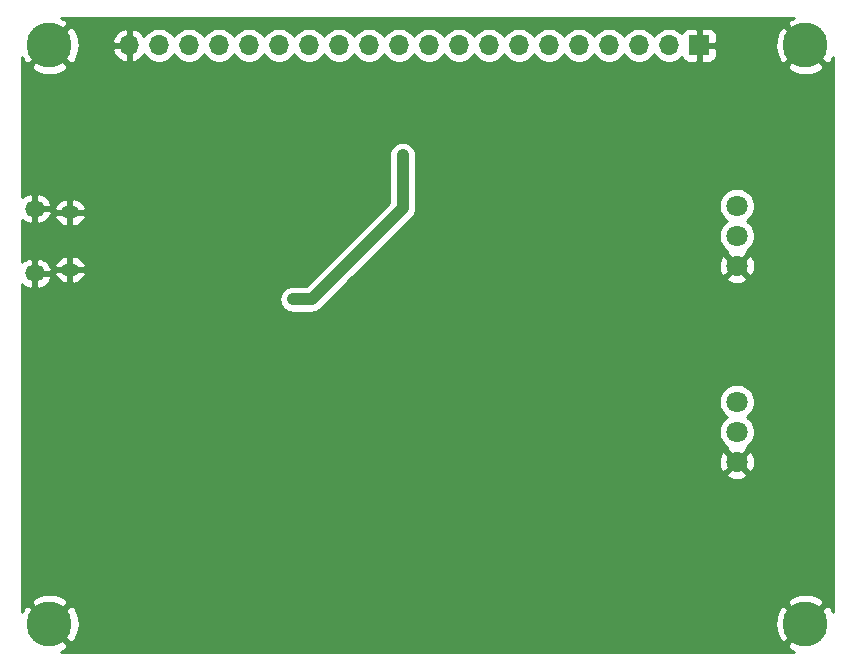
<source format=gbr>
%TF.GenerationSoftware,KiCad,Pcbnew,5.1.6-c6e7f7d~86~ubuntu18.04.1*%
%TF.CreationDate,2020-06-23T21:22:21-04:00*%
%TF.ProjectId,Toastboard,546f6173-7462-46f6-9172-642e6b696361,rev?*%
%TF.SameCoordinates,Original*%
%TF.FileFunction,Copper,L2,Bot*%
%TF.FilePolarity,Positive*%
%FSLAX46Y46*%
G04 Gerber Fmt 4.6, Leading zero omitted, Abs format (unit mm)*
G04 Created by KiCad (PCBNEW 5.1.6-c6e7f7d~86~ubuntu18.04.1) date 2020-06-23 21:22:21*
%MOMM*%
%LPD*%
G01*
G04 APERTURE LIST*
%TA.AperFunction,ComponentPad*%
%ADD10R,1.700000X1.700000*%
%TD*%
%TA.AperFunction,ComponentPad*%
%ADD11O,1.700000X1.700000*%
%TD*%
%TA.AperFunction,ComponentPad*%
%ADD12O,1.700000X1.350000*%
%TD*%
%TA.AperFunction,ComponentPad*%
%ADD13O,1.500000X1.100000*%
%TD*%
%TA.AperFunction,ComponentPad*%
%ADD14C,3.800000*%
%TD*%
%TA.AperFunction,ComponentPad*%
%ADD15C,1.800000*%
%TD*%
%TA.AperFunction,ViaPad*%
%ADD16C,0.800000*%
%TD*%
%TA.AperFunction,Conductor*%
%ADD17C,1.000000*%
%TD*%
%TA.AperFunction,Conductor*%
%ADD18C,0.254000*%
%TD*%
G04 APERTURE END LIST*
D10*
%TO.P,J1,1*%
%TO.N,GND*%
X118000000Y-49000000D03*
D11*
%TO.P,J1,2*%
%TO.N,/POT_1*%
X115460000Y-49000000D03*
%TO.P,J1,3*%
%TO.N,/POT_2*%
X112920000Y-49000000D03*
%TO.P,J1,4*%
%TO.N,/LED_0*%
X110380000Y-49000000D03*
%TO.P,J1,5*%
%TO.N,/LED_1*%
X107840000Y-49000000D03*
%TO.P,J1,6*%
%TO.N,/LED_2*%
X105300000Y-49000000D03*
%TO.P,J1,7*%
%TO.N,/LED_3*%
X102760000Y-49000000D03*
%TO.P,J1,8*%
%TO.N,/BTN_0*%
X100220000Y-49000000D03*
%TO.P,J1,9*%
%TO.N,/BTN_1*%
X97680000Y-49000000D03*
%TO.P,J1,10*%
%TO.N,/BTN_2*%
X95140000Y-49000000D03*
%TO.P,J1,11*%
%TO.N,/BTN_3*%
X92600000Y-49000000D03*
%TO.P,J1,12*%
%TO.N,/SW_0*%
X90060000Y-49000000D03*
%TO.P,J1,13*%
%TO.N,/SW_1*%
X87520000Y-49000000D03*
%TO.P,J1,14*%
%TO.N,/SW_2*%
X84980000Y-49000000D03*
%TO.P,J1,15*%
%TO.N,/SW_3*%
X82440000Y-49000000D03*
%TO.P,J1,16*%
%TO.N,/SCL*%
X79900000Y-49000000D03*
%TO.P,J1,17*%
%TO.N,/SDA*%
X77360000Y-49000000D03*
%TO.P,J1,18*%
%TO.N,+3V3*%
X74820000Y-49000000D03*
%TO.P,J1,19*%
%TO.N,+5V*%
X72280000Y-49000000D03*
%TO.P,J1,20*%
%TO.N,GND*%
X69740000Y-49000000D03*
%TD*%
D12*
%TO.P,J2,6*%
%TO.N,GND*%
X61735000Y-68305000D03*
X61735000Y-62845000D03*
D13*
X64735000Y-67995000D03*
X64735000Y-63155000D03*
%TD*%
D14*
%TO.P,H1,1*%
%TO.N,GND*%
X63000000Y-49000000D03*
%TD*%
%TO.P,H2,1*%
%TO.N,GND*%
X127000000Y-98000000D03*
%TD*%
%TO.P,H3,1*%
%TO.N,GND*%
X127000000Y-49000000D03*
%TD*%
%TO.P,H4,1*%
%TO.N,GND*%
X63000000Y-98000000D03*
%TD*%
D15*
%TO.P,RV1,1*%
%TO.N,+3V3*%
X121200000Y-62600000D03*
%TO.P,RV1,2*%
%TO.N,/POT_1*%
X121200000Y-65140000D03*
%TO.P,RV1,3*%
%TO.N,GND*%
X121200000Y-67680000D03*
%TD*%
%TO.P,RV2,3*%
%TO.N,GND*%
X121200000Y-84280000D03*
%TO.P,RV2,2*%
%TO.N,/POT_2*%
X121200000Y-81740000D03*
%TO.P,RV2,1*%
%TO.N,+3V3*%
X121200000Y-79200000D03*
%TD*%
D16*
%TO.N,GND*%
X77400000Y-60000000D03*
X76400000Y-77900000D03*
X73800000Y-78000000D03*
X71300000Y-78000000D03*
X68800000Y-78000000D03*
X76800000Y-73400000D03*
X77700000Y-70100000D03*
X77600000Y-68500000D03*
X67800000Y-71500000D03*
X67800000Y-72400000D03*
X86300000Y-57200000D03*
X95100000Y-73600000D03*
X97200000Y-73500000D03*
X99700000Y-73500000D03*
X102000000Y-73500000D03*
X101200000Y-86700000D03*
X102800000Y-86700000D03*
X101100000Y-98100000D03*
X102900000Y-98100000D03*
X92400000Y-98000000D03*
X90400000Y-98000000D03*
X88700000Y-86100000D03*
X93400000Y-86200000D03*
X82300000Y-62400000D03*
X86300000Y-59500000D03*
X86200000Y-58400000D03*
%TO.N,+3V3*%
X92900000Y-58300000D03*
X85200001Y-70500000D03*
X83600000Y-70500000D03*
X92900000Y-59500000D03*
%TD*%
D17*
%TO.N,+3V3*%
X92900000Y-62800001D02*
X85200001Y-70500000D01*
X92900000Y-58300000D02*
X92900000Y-59500000D01*
X85200001Y-70500000D02*
X83600000Y-70500000D01*
X92900000Y-59500000D02*
X92900000Y-62800001D01*
%TD*%
D18*
%TO.N,GND*%
G36*
X125607362Y-46867133D02*
G01*
X125403256Y-47223651D01*
X127000000Y-48820395D01*
X127014143Y-48806253D01*
X127193748Y-48985858D01*
X127179605Y-49000000D01*
X128776349Y-50596744D01*
X129132867Y-50392638D01*
X129340000Y-49995031D01*
X129340001Y-96994881D01*
X129132867Y-96607362D01*
X128776349Y-96403256D01*
X127179605Y-98000000D01*
X127193748Y-98014143D01*
X127014143Y-98193748D01*
X127000000Y-98179605D01*
X125403256Y-99776349D01*
X125607362Y-100132867D01*
X126004969Y-100340000D01*
X64005121Y-100340000D01*
X64392638Y-100132867D01*
X64596744Y-99776349D01*
X63000000Y-98179605D01*
X62985858Y-98193748D01*
X62806253Y-98014143D01*
X62820395Y-98000000D01*
X63179605Y-98000000D01*
X64776349Y-99596744D01*
X65132867Y-99392638D01*
X65363575Y-98949777D01*
X65503452Y-98470417D01*
X65542378Y-98027021D01*
X124452877Y-98027021D01*
X124507091Y-98523422D01*
X124657106Y-98999707D01*
X124867133Y-99392638D01*
X125223651Y-99596744D01*
X126820395Y-98000000D01*
X125223651Y-96403256D01*
X124867133Y-96607362D01*
X124636425Y-97050223D01*
X124496548Y-97529583D01*
X124452877Y-98027021D01*
X65542378Y-98027021D01*
X65547123Y-97972979D01*
X65492909Y-97476578D01*
X65342894Y-97000293D01*
X65132867Y-96607362D01*
X64776349Y-96403256D01*
X63179605Y-98000000D01*
X62820395Y-98000000D01*
X61223651Y-96403256D01*
X60867133Y-96607362D01*
X60660000Y-97004969D01*
X60660000Y-96223651D01*
X61403256Y-96223651D01*
X63000000Y-97820395D01*
X64596744Y-96223651D01*
X125403256Y-96223651D01*
X127000000Y-97820395D01*
X128596744Y-96223651D01*
X128392638Y-95867133D01*
X127949777Y-95636425D01*
X127470417Y-95496548D01*
X126972979Y-95452877D01*
X126476578Y-95507091D01*
X126000293Y-95657106D01*
X125607362Y-95867133D01*
X125403256Y-96223651D01*
X64596744Y-96223651D01*
X64392638Y-95867133D01*
X63949777Y-95636425D01*
X63470417Y-95496548D01*
X62972979Y-95452877D01*
X62476578Y-95507091D01*
X62000293Y-95657106D01*
X61607362Y-95867133D01*
X61403256Y-96223651D01*
X60660000Y-96223651D01*
X60660000Y-85344080D01*
X120315525Y-85344080D01*
X120399208Y-85598261D01*
X120671775Y-85729158D01*
X120964642Y-85804365D01*
X121266553Y-85820991D01*
X121565907Y-85778397D01*
X121851199Y-85678222D01*
X122000792Y-85598261D01*
X122084475Y-85344080D01*
X121200000Y-84459605D01*
X120315525Y-85344080D01*
X60660000Y-85344080D01*
X60660000Y-84346553D01*
X119659009Y-84346553D01*
X119701603Y-84645907D01*
X119801778Y-84931199D01*
X119881739Y-85080792D01*
X120135920Y-85164475D01*
X121020395Y-84280000D01*
X121379605Y-84280000D01*
X122264080Y-85164475D01*
X122518261Y-85080792D01*
X122649158Y-84808225D01*
X122724365Y-84515358D01*
X122740991Y-84213447D01*
X122698397Y-83914093D01*
X122598222Y-83628801D01*
X122518261Y-83479208D01*
X122264080Y-83395525D01*
X121379605Y-84280000D01*
X121020395Y-84280000D01*
X120135920Y-83395525D01*
X119881739Y-83479208D01*
X119750842Y-83751775D01*
X119675635Y-84044642D01*
X119659009Y-84346553D01*
X60660000Y-84346553D01*
X60660000Y-79048816D01*
X119665000Y-79048816D01*
X119665000Y-79351184D01*
X119723989Y-79647743D01*
X119839701Y-79927095D01*
X120007688Y-80178505D01*
X120221495Y-80392312D01*
X120337763Y-80470000D01*
X120221495Y-80547688D01*
X120007688Y-80761495D01*
X119839701Y-81012905D01*
X119723989Y-81292257D01*
X119665000Y-81588816D01*
X119665000Y-81891184D01*
X119723989Y-82187743D01*
X119839701Y-82467095D01*
X120007688Y-82718505D01*
X120221495Y-82932312D01*
X120375105Y-83034951D01*
X120315525Y-83215920D01*
X121200000Y-84100395D01*
X122084475Y-83215920D01*
X122024895Y-83034951D01*
X122178505Y-82932312D01*
X122392312Y-82718505D01*
X122560299Y-82467095D01*
X122676011Y-82187743D01*
X122735000Y-81891184D01*
X122735000Y-81588816D01*
X122676011Y-81292257D01*
X122560299Y-81012905D01*
X122392312Y-80761495D01*
X122178505Y-80547688D01*
X122062237Y-80470000D01*
X122178505Y-80392312D01*
X122392312Y-80178505D01*
X122560299Y-79927095D01*
X122676011Y-79647743D01*
X122735000Y-79351184D01*
X122735000Y-79048816D01*
X122676011Y-78752257D01*
X122560299Y-78472905D01*
X122392312Y-78221495D01*
X122178505Y-78007688D01*
X121927095Y-77839701D01*
X121647743Y-77723989D01*
X121351184Y-77665000D01*
X121048816Y-77665000D01*
X120752257Y-77723989D01*
X120472905Y-77839701D01*
X120221495Y-78007688D01*
X120007688Y-78221495D01*
X119839701Y-78472905D01*
X119723989Y-78752257D01*
X119665000Y-79048816D01*
X60660000Y-79048816D01*
X60660000Y-70500000D01*
X82459509Y-70500000D01*
X82481423Y-70722499D01*
X82546324Y-70936447D01*
X82651716Y-71133623D01*
X82793551Y-71306449D01*
X82966377Y-71448284D01*
X83163553Y-71553676D01*
X83377501Y-71618577D01*
X83544248Y-71635000D01*
X85144250Y-71635000D01*
X85200001Y-71640491D01*
X85255752Y-71635000D01*
X85255753Y-71635000D01*
X85422500Y-71618577D01*
X85636448Y-71553676D01*
X85833624Y-71448284D01*
X86006450Y-71306449D01*
X86041997Y-71263135D01*
X88561052Y-68744080D01*
X120315525Y-68744080D01*
X120399208Y-68998261D01*
X120671775Y-69129158D01*
X120964642Y-69204365D01*
X121266553Y-69220991D01*
X121565907Y-69178397D01*
X121851199Y-69078222D01*
X122000792Y-68998261D01*
X122084475Y-68744080D01*
X121200000Y-67859605D01*
X120315525Y-68744080D01*
X88561052Y-68744080D01*
X89558579Y-67746553D01*
X119659009Y-67746553D01*
X119701603Y-68045907D01*
X119801778Y-68331199D01*
X119881739Y-68480792D01*
X120135920Y-68564475D01*
X121020395Y-67680000D01*
X121379605Y-67680000D01*
X122264080Y-68564475D01*
X122518261Y-68480792D01*
X122649158Y-68208225D01*
X122724365Y-67915358D01*
X122740991Y-67613447D01*
X122698397Y-67314093D01*
X122598222Y-67028801D01*
X122518261Y-66879208D01*
X122264080Y-66795525D01*
X121379605Y-67680000D01*
X121020395Y-67680000D01*
X120135920Y-66795525D01*
X119881739Y-66879208D01*
X119750842Y-67151775D01*
X119675635Y-67444642D01*
X119659009Y-67746553D01*
X89558579Y-67746553D01*
X93663141Y-63641992D01*
X93706449Y-63606450D01*
X93848284Y-63433624D01*
X93953676Y-63236448D01*
X94018577Y-63022500D01*
X94035000Y-62855753D01*
X94040491Y-62800002D01*
X94035000Y-62744250D01*
X94035000Y-62448816D01*
X119665000Y-62448816D01*
X119665000Y-62751184D01*
X119723989Y-63047743D01*
X119839701Y-63327095D01*
X120007688Y-63578505D01*
X120221495Y-63792312D01*
X120337763Y-63870000D01*
X120221495Y-63947688D01*
X120007688Y-64161495D01*
X119839701Y-64412905D01*
X119723989Y-64692257D01*
X119665000Y-64988816D01*
X119665000Y-65291184D01*
X119723989Y-65587743D01*
X119839701Y-65867095D01*
X120007688Y-66118505D01*
X120221495Y-66332312D01*
X120375105Y-66434951D01*
X120315525Y-66615920D01*
X121200000Y-67500395D01*
X122084475Y-66615920D01*
X122024895Y-66434951D01*
X122178505Y-66332312D01*
X122392312Y-66118505D01*
X122560299Y-65867095D01*
X122676011Y-65587743D01*
X122735000Y-65291184D01*
X122735000Y-64988816D01*
X122676011Y-64692257D01*
X122560299Y-64412905D01*
X122392312Y-64161495D01*
X122178505Y-63947688D01*
X122062237Y-63870000D01*
X122178505Y-63792312D01*
X122392312Y-63578505D01*
X122560299Y-63327095D01*
X122676011Y-63047743D01*
X122735000Y-62751184D01*
X122735000Y-62448816D01*
X122676011Y-62152257D01*
X122560299Y-61872905D01*
X122392312Y-61621495D01*
X122178505Y-61407688D01*
X121927095Y-61239701D01*
X121647743Y-61123989D01*
X121351184Y-61065000D01*
X121048816Y-61065000D01*
X120752257Y-61123989D01*
X120472905Y-61239701D01*
X120221495Y-61407688D01*
X120007688Y-61621495D01*
X119839701Y-61872905D01*
X119723989Y-62152257D01*
X119665000Y-62448816D01*
X94035000Y-62448816D01*
X94035000Y-58244248D01*
X94018577Y-58077501D01*
X93953676Y-57863553D01*
X93848284Y-57666377D01*
X93706449Y-57493551D01*
X93533623Y-57351716D01*
X93336446Y-57246324D01*
X93122498Y-57181423D01*
X92900000Y-57159509D01*
X92677501Y-57181423D01*
X92463553Y-57246324D01*
X92266377Y-57351716D01*
X92093551Y-57493551D01*
X91951716Y-57666377D01*
X91846324Y-57863554D01*
X91781423Y-58077502D01*
X91765000Y-58244249D01*
X91765000Y-59444249D01*
X91765001Y-62329868D01*
X84729870Y-69365000D01*
X83544248Y-69365000D01*
X83377501Y-69381423D01*
X83163553Y-69446324D01*
X82966377Y-69551716D01*
X82793551Y-69693551D01*
X82651716Y-69866377D01*
X82546324Y-70063553D01*
X82481423Y-70277501D01*
X82459509Y-70500000D01*
X60660000Y-70500000D01*
X60660000Y-69254777D01*
X60704441Y-69301250D01*
X60915239Y-69449019D01*
X61150815Y-69552824D01*
X61402116Y-69608675D01*
X61608000Y-69458573D01*
X61608000Y-68432000D01*
X61862000Y-68432000D01*
X61862000Y-69458573D01*
X62067884Y-69608675D01*
X62319185Y-69552824D01*
X62554761Y-69449019D01*
X62765559Y-69301250D01*
X62943478Y-69115196D01*
X63081681Y-68898007D01*
X63174857Y-68658029D01*
X63177910Y-68634400D01*
X63054224Y-68432000D01*
X61862000Y-68432000D01*
X61608000Y-68432000D01*
X61588000Y-68432000D01*
X61588000Y-68304744D01*
X63391197Y-68304744D01*
X63395989Y-68343526D01*
X63485869Y-68559039D01*
X63616066Y-68752877D01*
X63781578Y-68917590D01*
X63976043Y-69046848D01*
X64191989Y-69135684D01*
X64421116Y-69180684D01*
X64608000Y-69025152D01*
X64608000Y-68122000D01*
X64862000Y-68122000D01*
X64862000Y-69025152D01*
X65048884Y-69180684D01*
X65278011Y-69135684D01*
X65493957Y-69046848D01*
X65688422Y-68917590D01*
X65853934Y-68752877D01*
X65984131Y-68559039D01*
X66074011Y-68343526D01*
X66078803Y-68304744D01*
X65953361Y-68122000D01*
X64862000Y-68122000D01*
X64608000Y-68122000D01*
X63516639Y-68122000D01*
X63391197Y-68304744D01*
X61588000Y-68304744D01*
X61588000Y-68178000D01*
X61608000Y-68178000D01*
X61608000Y-67151427D01*
X61862000Y-67151427D01*
X61862000Y-68178000D01*
X63054224Y-68178000D01*
X63177910Y-67975600D01*
X63174857Y-67951971D01*
X63081681Y-67711993D01*
X63064668Y-67685256D01*
X63391197Y-67685256D01*
X63516639Y-67868000D01*
X64608000Y-67868000D01*
X64608000Y-66964848D01*
X64862000Y-66964848D01*
X64862000Y-67868000D01*
X65953361Y-67868000D01*
X66078803Y-67685256D01*
X66074011Y-67646474D01*
X65984131Y-67430961D01*
X65853934Y-67237123D01*
X65688422Y-67072410D01*
X65493957Y-66943152D01*
X65278011Y-66854316D01*
X65048884Y-66809316D01*
X64862000Y-66964848D01*
X64608000Y-66964848D01*
X64421116Y-66809316D01*
X64191989Y-66854316D01*
X63976043Y-66943152D01*
X63781578Y-67072410D01*
X63616066Y-67237123D01*
X63485869Y-67430961D01*
X63395989Y-67646474D01*
X63391197Y-67685256D01*
X63064668Y-67685256D01*
X62943478Y-67494804D01*
X62765559Y-67308750D01*
X62554761Y-67160981D01*
X62319185Y-67057176D01*
X62067884Y-67001325D01*
X61862000Y-67151427D01*
X61608000Y-67151427D01*
X61402116Y-67001325D01*
X61150815Y-67057176D01*
X60915239Y-67160981D01*
X60704441Y-67308750D01*
X60660000Y-67355223D01*
X60660000Y-63794777D01*
X60704441Y-63841250D01*
X60915239Y-63989019D01*
X61150815Y-64092824D01*
X61402116Y-64148675D01*
X61608000Y-63998573D01*
X61608000Y-62972000D01*
X61862000Y-62972000D01*
X61862000Y-63998573D01*
X62067884Y-64148675D01*
X62319185Y-64092824D01*
X62554761Y-63989019D01*
X62765559Y-63841250D01*
X62943478Y-63655196D01*
X63064667Y-63464744D01*
X63391197Y-63464744D01*
X63395989Y-63503526D01*
X63485869Y-63719039D01*
X63616066Y-63912877D01*
X63781578Y-64077590D01*
X63976043Y-64206848D01*
X64191989Y-64295684D01*
X64421116Y-64340684D01*
X64608000Y-64185152D01*
X64608000Y-63282000D01*
X64862000Y-63282000D01*
X64862000Y-64185152D01*
X65048884Y-64340684D01*
X65278011Y-64295684D01*
X65493957Y-64206848D01*
X65688422Y-64077590D01*
X65853934Y-63912877D01*
X65984131Y-63719039D01*
X66074011Y-63503526D01*
X66078803Y-63464744D01*
X65953361Y-63282000D01*
X64862000Y-63282000D01*
X64608000Y-63282000D01*
X63516639Y-63282000D01*
X63391197Y-63464744D01*
X63064667Y-63464744D01*
X63081681Y-63438007D01*
X63174857Y-63198029D01*
X63177910Y-63174400D01*
X63054224Y-62972000D01*
X61862000Y-62972000D01*
X61608000Y-62972000D01*
X61588000Y-62972000D01*
X61588000Y-62845256D01*
X63391197Y-62845256D01*
X63516639Y-63028000D01*
X64608000Y-63028000D01*
X64608000Y-62124848D01*
X64862000Y-62124848D01*
X64862000Y-63028000D01*
X65953361Y-63028000D01*
X66078803Y-62845256D01*
X66074011Y-62806474D01*
X65984131Y-62590961D01*
X65853934Y-62397123D01*
X65688422Y-62232410D01*
X65493957Y-62103152D01*
X65278011Y-62014316D01*
X65048884Y-61969316D01*
X64862000Y-62124848D01*
X64608000Y-62124848D01*
X64421116Y-61969316D01*
X64191989Y-62014316D01*
X63976043Y-62103152D01*
X63781578Y-62232410D01*
X63616066Y-62397123D01*
X63485869Y-62590961D01*
X63395989Y-62806474D01*
X63391197Y-62845256D01*
X61588000Y-62845256D01*
X61588000Y-62718000D01*
X61608000Y-62718000D01*
X61608000Y-61691427D01*
X61862000Y-61691427D01*
X61862000Y-62718000D01*
X63054224Y-62718000D01*
X63177910Y-62515600D01*
X63174857Y-62491971D01*
X63081681Y-62251993D01*
X62943478Y-62034804D01*
X62765559Y-61848750D01*
X62554761Y-61700981D01*
X62319185Y-61597176D01*
X62067884Y-61541325D01*
X61862000Y-61691427D01*
X61608000Y-61691427D01*
X61402116Y-61541325D01*
X61150815Y-61597176D01*
X60915239Y-61700981D01*
X60704441Y-61848750D01*
X60660000Y-61895223D01*
X60660000Y-50776349D01*
X61403256Y-50776349D01*
X61607362Y-51132867D01*
X62050223Y-51363575D01*
X62529583Y-51503452D01*
X63027021Y-51547123D01*
X63523422Y-51492909D01*
X63999707Y-51342894D01*
X64392638Y-51132867D01*
X64596744Y-50776349D01*
X125403256Y-50776349D01*
X125607362Y-51132867D01*
X126050223Y-51363575D01*
X126529583Y-51503452D01*
X127027021Y-51547123D01*
X127523422Y-51492909D01*
X127999707Y-51342894D01*
X128392638Y-51132867D01*
X128596744Y-50776349D01*
X127000000Y-49179605D01*
X125403256Y-50776349D01*
X64596744Y-50776349D01*
X63000000Y-49179605D01*
X61403256Y-50776349D01*
X60660000Y-50776349D01*
X60660000Y-50005121D01*
X60867133Y-50392638D01*
X61223651Y-50596744D01*
X62820395Y-49000000D01*
X63179605Y-49000000D01*
X64776349Y-50596744D01*
X65132867Y-50392638D01*
X65363575Y-49949777D01*
X65503452Y-49470417D01*
X65513418Y-49356891D01*
X68298519Y-49356891D01*
X68395843Y-49631252D01*
X68544822Y-49881355D01*
X68739731Y-50097588D01*
X68973080Y-50271641D01*
X69235901Y-50396825D01*
X69383110Y-50441476D01*
X69613000Y-50320155D01*
X69613000Y-49127000D01*
X68419186Y-49127000D01*
X68298519Y-49356891D01*
X65513418Y-49356891D01*
X65547123Y-48972979D01*
X65511097Y-48643109D01*
X68298519Y-48643109D01*
X68419186Y-48873000D01*
X69613000Y-48873000D01*
X69613000Y-47679845D01*
X69867000Y-47679845D01*
X69867000Y-48873000D01*
X69887000Y-48873000D01*
X69887000Y-49127000D01*
X69867000Y-49127000D01*
X69867000Y-50320155D01*
X70096890Y-50441476D01*
X70244099Y-50396825D01*
X70506920Y-50271641D01*
X70740269Y-50097588D01*
X70935178Y-49881355D01*
X71004805Y-49764466D01*
X71126525Y-49946632D01*
X71333368Y-50153475D01*
X71576589Y-50315990D01*
X71846842Y-50427932D01*
X72133740Y-50485000D01*
X72426260Y-50485000D01*
X72713158Y-50427932D01*
X72983411Y-50315990D01*
X73226632Y-50153475D01*
X73433475Y-49946632D01*
X73550000Y-49772240D01*
X73666525Y-49946632D01*
X73873368Y-50153475D01*
X74116589Y-50315990D01*
X74386842Y-50427932D01*
X74673740Y-50485000D01*
X74966260Y-50485000D01*
X75253158Y-50427932D01*
X75523411Y-50315990D01*
X75766632Y-50153475D01*
X75973475Y-49946632D01*
X76090000Y-49772240D01*
X76206525Y-49946632D01*
X76413368Y-50153475D01*
X76656589Y-50315990D01*
X76926842Y-50427932D01*
X77213740Y-50485000D01*
X77506260Y-50485000D01*
X77793158Y-50427932D01*
X78063411Y-50315990D01*
X78306632Y-50153475D01*
X78513475Y-49946632D01*
X78630000Y-49772240D01*
X78746525Y-49946632D01*
X78953368Y-50153475D01*
X79196589Y-50315990D01*
X79466842Y-50427932D01*
X79753740Y-50485000D01*
X80046260Y-50485000D01*
X80333158Y-50427932D01*
X80603411Y-50315990D01*
X80846632Y-50153475D01*
X81053475Y-49946632D01*
X81170000Y-49772240D01*
X81286525Y-49946632D01*
X81493368Y-50153475D01*
X81736589Y-50315990D01*
X82006842Y-50427932D01*
X82293740Y-50485000D01*
X82586260Y-50485000D01*
X82873158Y-50427932D01*
X83143411Y-50315990D01*
X83386632Y-50153475D01*
X83593475Y-49946632D01*
X83710000Y-49772240D01*
X83826525Y-49946632D01*
X84033368Y-50153475D01*
X84276589Y-50315990D01*
X84546842Y-50427932D01*
X84833740Y-50485000D01*
X85126260Y-50485000D01*
X85413158Y-50427932D01*
X85683411Y-50315990D01*
X85926632Y-50153475D01*
X86133475Y-49946632D01*
X86250000Y-49772240D01*
X86366525Y-49946632D01*
X86573368Y-50153475D01*
X86816589Y-50315990D01*
X87086842Y-50427932D01*
X87373740Y-50485000D01*
X87666260Y-50485000D01*
X87953158Y-50427932D01*
X88223411Y-50315990D01*
X88466632Y-50153475D01*
X88673475Y-49946632D01*
X88790000Y-49772240D01*
X88906525Y-49946632D01*
X89113368Y-50153475D01*
X89356589Y-50315990D01*
X89626842Y-50427932D01*
X89913740Y-50485000D01*
X90206260Y-50485000D01*
X90493158Y-50427932D01*
X90763411Y-50315990D01*
X91006632Y-50153475D01*
X91213475Y-49946632D01*
X91330000Y-49772240D01*
X91446525Y-49946632D01*
X91653368Y-50153475D01*
X91896589Y-50315990D01*
X92166842Y-50427932D01*
X92453740Y-50485000D01*
X92746260Y-50485000D01*
X93033158Y-50427932D01*
X93303411Y-50315990D01*
X93546632Y-50153475D01*
X93753475Y-49946632D01*
X93870000Y-49772240D01*
X93986525Y-49946632D01*
X94193368Y-50153475D01*
X94436589Y-50315990D01*
X94706842Y-50427932D01*
X94993740Y-50485000D01*
X95286260Y-50485000D01*
X95573158Y-50427932D01*
X95843411Y-50315990D01*
X96086632Y-50153475D01*
X96293475Y-49946632D01*
X96410000Y-49772240D01*
X96526525Y-49946632D01*
X96733368Y-50153475D01*
X96976589Y-50315990D01*
X97246842Y-50427932D01*
X97533740Y-50485000D01*
X97826260Y-50485000D01*
X98113158Y-50427932D01*
X98383411Y-50315990D01*
X98626632Y-50153475D01*
X98833475Y-49946632D01*
X98950000Y-49772240D01*
X99066525Y-49946632D01*
X99273368Y-50153475D01*
X99516589Y-50315990D01*
X99786842Y-50427932D01*
X100073740Y-50485000D01*
X100366260Y-50485000D01*
X100653158Y-50427932D01*
X100923411Y-50315990D01*
X101166632Y-50153475D01*
X101373475Y-49946632D01*
X101490000Y-49772240D01*
X101606525Y-49946632D01*
X101813368Y-50153475D01*
X102056589Y-50315990D01*
X102326842Y-50427932D01*
X102613740Y-50485000D01*
X102906260Y-50485000D01*
X103193158Y-50427932D01*
X103463411Y-50315990D01*
X103706632Y-50153475D01*
X103913475Y-49946632D01*
X104030000Y-49772240D01*
X104146525Y-49946632D01*
X104353368Y-50153475D01*
X104596589Y-50315990D01*
X104866842Y-50427932D01*
X105153740Y-50485000D01*
X105446260Y-50485000D01*
X105733158Y-50427932D01*
X106003411Y-50315990D01*
X106246632Y-50153475D01*
X106453475Y-49946632D01*
X106570000Y-49772240D01*
X106686525Y-49946632D01*
X106893368Y-50153475D01*
X107136589Y-50315990D01*
X107406842Y-50427932D01*
X107693740Y-50485000D01*
X107986260Y-50485000D01*
X108273158Y-50427932D01*
X108543411Y-50315990D01*
X108786632Y-50153475D01*
X108993475Y-49946632D01*
X109110000Y-49772240D01*
X109226525Y-49946632D01*
X109433368Y-50153475D01*
X109676589Y-50315990D01*
X109946842Y-50427932D01*
X110233740Y-50485000D01*
X110526260Y-50485000D01*
X110813158Y-50427932D01*
X111083411Y-50315990D01*
X111326632Y-50153475D01*
X111533475Y-49946632D01*
X111650000Y-49772240D01*
X111766525Y-49946632D01*
X111973368Y-50153475D01*
X112216589Y-50315990D01*
X112486842Y-50427932D01*
X112773740Y-50485000D01*
X113066260Y-50485000D01*
X113353158Y-50427932D01*
X113623411Y-50315990D01*
X113866632Y-50153475D01*
X114073475Y-49946632D01*
X114190000Y-49772240D01*
X114306525Y-49946632D01*
X114513368Y-50153475D01*
X114756589Y-50315990D01*
X115026842Y-50427932D01*
X115313740Y-50485000D01*
X115606260Y-50485000D01*
X115893158Y-50427932D01*
X116163411Y-50315990D01*
X116406632Y-50153475D01*
X116538487Y-50021620D01*
X116560498Y-50094180D01*
X116619463Y-50204494D01*
X116698815Y-50301185D01*
X116795506Y-50380537D01*
X116905820Y-50439502D01*
X117025518Y-50475812D01*
X117150000Y-50488072D01*
X117714250Y-50485000D01*
X117873000Y-50326250D01*
X117873000Y-49127000D01*
X118127000Y-49127000D01*
X118127000Y-50326250D01*
X118285750Y-50485000D01*
X118850000Y-50488072D01*
X118974482Y-50475812D01*
X119094180Y-50439502D01*
X119204494Y-50380537D01*
X119301185Y-50301185D01*
X119380537Y-50204494D01*
X119439502Y-50094180D01*
X119475812Y-49974482D01*
X119488072Y-49850000D01*
X119485000Y-49285750D01*
X119326250Y-49127000D01*
X118127000Y-49127000D01*
X117873000Y-49127000D01*
X117853000Y-49127000D01*
X117853000Y-49027021D01*
X124452877Y-49027021D01*
X124507091Y-49523422D01*
X124657106Y-49999707D01*
X124867133Y-50392638D01*
X125223651Y-50596744D01*
X126820395Y-49000000D01*
X125223651Y-47403256D01*
X124867133Y-47607362D01*
X124636425Y-48050223D01*
X124496548Y-48529583D01*
X124452877Y-49027021D01*
X117853000Y-49027021D01*
X117853000Y-48873000D01*
X117873000Y-48873000D01*
X117873000Y-47673750D01*
X118127000Y-47673750D01*
X118127000Y-48873000D01*
X119326250Y-48873000D01*
X119485000Y-48714250D01*
X119488072Y-48150000D01*
X119475812Y-48025518D01*
X119439502Y-47905820D01*
X119380537Y-47795506D01*
X119301185Y-47698815D01*
X119204494Y-47619463D01*
X119094180Y-47560498D01*
X118974482Y-47524188D01*
X118850000Y-47511928D01*
X118285750Y-47515000D01*
X118127000Y-47673750D01*
X117873000Y-47673750D01*
X117714250Y-47515000D01*
X117150000Y-47511928D01*
X117025518Y-47524188D01*
X116905820Y-47560498D01*
X116795506Y-47619463D01*
X116698815Y-47698815D01*
X116619463Y-47795506D01*
X116560498Y-47905820D01*
X116538487Y-47978380D01*
X116406632Y-47846525D01*
X116163411Y-47684010D01*
X115893158Y-47572068D01*
X115606260Y-47515000D01*
X115313740Y-47515000D01*
X115026842Y-47572068D01*
X114756589Y-47684010D01*
X114513368Y-47846525D01*
X114306525Y-48053368D01*
X114190000Y-48227760D01*
X114073475Y-48053368D01*
X113866632Y-47846525D01*
X113623411Y-47684010D01*
X113353158Y-47572068D01*
X113066260Y-47515000D01*
X112773740Y-47515000D01*
X112486842Y-47572068D01*
X112216589Y-47684010D01*
X111973368Y-47846525D01*
X111766525Y-48053368D01*
X111650000Y-48227760D01*
X111533475Y-48053368D01*
X111326632Y-47846525D01*
X111083411Y-47684010D01*
X110813158Y-47572068D01*
X110526260Y-47515000D01*
X110233740Y-47515000D01*
X109946842Y-47572068D01*
X109676589Y-47684010D01*
X109433368Y-47846525D01*
X109226525Y-48053368D01*
X109110000Y-48227760D01*
X108993475Y-48053368D01*
X108786632Y-47846525D01*
X108543411Y-47684010D01*
X108273158Y-47572068D01*
X107986260Y-47515000D01*
X107693740Y-47515000D01*
X107406842Y-47572068D01*
X107136589Y-47684010D01*
X106893368Y-47846525D01*
X106686525Y-48053368D01*
X106570000Y-48227760D01*
X106453475Y-48053368D01*
X106246632Y-47846525D01*
X106003411Y-47684010D01*
X105733158Y-47572068D01*
X105446260Y-47515000D01*
X105153740Y-47515000D01*
X104866842Y-47572068D01*
X104596589Y-47684010D01*
X104353368Y-47846525D01*
X104146525Y-48053368D01*
X104030000Y-48227760D01*
X103913475Y-48053368D01*
X103706632Y-47846525D01*
X103463411Y-47684010D01*
X103193158Y-47572068D01*
X102906260Y-47515000D01*
X102613740Y-47515000D01*
X102326842Y-47572068D01*
X102056589Y-47684010D01*
X101813368Y-47846525D01*
X101606525Y-48053368D01*
X101490000Y-48227760D01*
X101373475Y-48053368D01*
X101166632Y-47846525D01*
X100923411Y-47684010D01*
X100653158Y-47572068D01*
X100366260Y-47515000D01*
X100073740Y-47515000D01*
X99786842Y-47572068D01*
X99516589Y-47684010D01*
X99273368Y-47846525D01*
X99066525Y-48053368D01*
X98950000Y-48227760D01*
X98833475Y-48053368D01*
X98626632Y-47846525D01*
X98383411Y-47684010D01*
X98113158Y-47572068D01*
X97826260Y-47515000D01*
X97533740Y-47515000D01*
X97246842Y-47572068D01*
X96976589Y-47684010D01*
X96733368Y-47846525D01*
X96526525Y-48053368D01*
X96410000Y-48227760D01*
X96293475Y-48053368D01*
X96086632Y-47846525D01*
X95843411Y-47684010D01*
X95573158Y-47572068D01*
X95286260Y-47515000D01*
X94993740Y-47515000D01*
X94706842Y-47572068D01*
X94436589Y-47684010D01*
X94193368Y-47846525D01*
X93986525Y-48053368D01*
X93870000Y-48227760D01*
X93753475Y-48053368D01*
X93546632Y-47846525D01*
X93303411Y-47684010D01*
X93033158Y-47572068D01*
X92746260Y-47515000D01*
X92453740Y-47515000D01*
X92166842Y-47572068D01*
X91896589Y-47684010D01*
X91653368Y-47846525D01*
X91446525Y-48053368D01*
X91330000Y-48227760D01*
X91213475Y-48053368D01*
X91006632Y-47846525D01*
X90763411Y-47684010D01*
X90493158Y-47572068D01*
X90206260Y-47515000D01*
X89913740Y-47515000D01*
X89626842Y-47572068D01*
X89356589Y-47684010D01*
X89113368Y-47846525D01*
X88906525Y-48053368D01*
X88790000Y-48227760D01*
X88673475Y-48053368D01*
X88466632Y-47846525D01*
X88223411Y-47684010D01*
X87953158Y-47572068D01*
X87666260Y-47515000D01*
X87373740Y-47515000D01*
X87086842Y-47572068D01*
X86816589Y-47684010D01*
X86573368Y-47846525D01*
X86366525Y-48053368D01*
X86250000Y-48227760D01*
X86133475Y-48053368D01*
X85926632Y-47846525D01*
X85683411Y-47684010D01*
X85413158Y-47572068D01*
X85126260Y-47515000D01*
X84833740Y-47515000D01*
X84546842Y-47572068D01*
X84276589Y-47684010D01*
X84033368Y-47846525D01*
X83826525Y-48053368D01*
X83710000Y-48227760D01*
X83593475Y-48053368D01*
X83386632Y-47846525D01*
X83143411Y-47684010D01*
X82873158Y-47572068D01*
X82586260Y-47515000D01*
X82293740Y-47515000D01*
X82006842Y-47572068D01*
X81736589Y-47684010D01*
X81493368Y-47846525D01*
X81286525Y-48053368D01*
X81170000Y-48227760D01*
X81053475Y-48053368D01*
X80846632Y-47846525D01*
X80603411Y-47684010D01*
X80333158Y-47572068D01*
X80046260Y-47515000D01*
X79753740Y-47515000D01*
X79466842Y-47572068D01*
X79196589Y-47684010D01*
X78953368Y-47846525D01*
X78746525Y-48053368D01*
X78630000Y-48227760D01*
X78513475Y-48053368D01*
X78306632Y-47846525D01*
X78063411Y-47684010D01*
X77793158Y-47572068D01*
X77506260Y-47515000D01*
X77213740Y-47515000D01*
X76926842Y-47572068D01*
X76656589Y-47684010D01*
X76413368Y-47846525D01*
X76206525Y-48053368D01*
X76090000Y-48227760D01*
X75973475Y-48053368D01*
X75766632Y-47846525D01*
X75523411Y-47684010D01*
X75253158Y-47572068D01*
X74966260Y-47515000D01*
X74673740Y-47515000D01*
X74386842Y-47572068D01*
X74116589Y-47684010D01*
X73873368Y-47846525D01*
X73666525Y-48053368D01*
X73550000Y-48227760D01*
X73433475Y-48053368D01*
X73226632Y-47846525D01*
X72983411Y-47684010D01*
X72713158Y-47572068D01*
X72426260Y-47515000D01*
X72133740Y-47515000D01*
X71846842Y-47572068D01*
X71576589Y-47684010D01*
X71333368Y-47846525D01*
X71126525Y-48053368D01*
X71004805Y-48235534D01*
X70935178Y-48118645D01*
X70740269Y-47902412D01*
X70506920Y-47728359D01*
X70244099Y-47603175D01*
X70096890Y-47558524D01*
X69867000Y-47679845D01*
X69613000Y-47679845D01*
X69383110Y-47558524D01*
X69235901Y-47603175D01*
X68973080Y-47728359D01*
X68739731Y-47902412D01*
X68544822Y-48118645D01*
X68395843Y-48368748D01*
X68298519Y-48643109D01*
X65511097Y-48643109D01*
X65492909Y-48476578D01*
X65342894Y-48000293D01*
X65132867Y-47607362D01*
X64776349Y-47403256D01*
X63179605Y-49000000D01*
X62820395Y-49000000D01*
X62806253Y-48985858D01*
X62985858Y-48806253D01*
X63000000Y-48820395D01*
X64596744Y-47223651D01*
X64392638Y-46867133D01*
X63995031Y-46660000D01*
X125994879Y-46660000D01*
X125607362Y-46867133D01*
G37*
X125607362Y-46867133D02*
X125403256Y-47223651D01*
X127000000Y-48820395D01*
X127014143Y-48806253D01*
X127193748Y-48985858D01*
X127179605Y-49000000D01*
X128776349Y-50596744D01*
X129132867Y-50392638D01*
X129340000Y-49995031D01*
X129340001Y-96994881D01*
X129132867Y-96607362D01*
X128776349Y-96403256D01*
X127179605Y-98000000D01*
X127193748Y-98014143D01*
X127014143Y-98193748D01*
X127000000Y-98179605D01*
X125403256Y-99776349D01*
X125607362Y-100132867D01*
X126004969Y-100340000D01*
X64005121Y-100340000D01*
X64392638Y-100132867D01*
X64596744Y-99776349D01*
X63000000Y-98179605D01*
X62985858Y-98193748D01*
X62806253Y-98014143D01*
X62820395Y-98000000D01*
X63179605Y-98000000D01*
X64776349Y-99596744D01*
X65132867Y-99392638D01*
X65363575Y-98949777D01*
X65503452Y-98470417D01*
X65542378Y-98027021D01*
X124452877Y-98027021D01*
X124507091Y-98523422D01*
X124657106Y-98999707D01*
X124867133Y-99392638D01*
X125223651Y-99596744D01*
X126820395Y-98000000D01*
X125223651Y-96403256D01*
X124867133Y-96607362D01*
X124636425Y-97050223D01*
X124496548Y-97529583D01*
X124452877Y-98027021D01*
X65542378Y-98027021D01*
X65547123Y-97972979D01*
X65492909Y-97476578D01*
X65342894Y-97000293D01*
X65132867Y-96607362D01*
X64776349Y-96403256D01*
X63179605Y-98000000D01*
X62820395Y-98000000D01*
X61223651Y-96403256D01*
X60867133Y-96607362D01*
X60660000Y-97004969D01*
X60660000Y-96223651D01*
X61403256Y-96223651D01*
X63000000Y-97820395D01*
X64596744Y-96223651D01*
X125403256Y-96223651D01*
X127000000Y-97820395D01*
X128596744Y-96223651D01*
X128392638Y-95867133D01*
X127949777Y-95636425D01*
X127470417Y-95496548D01*
X126972979Y-95452877D01*
X126476578Y-95507091D01*
X126000293Y-95657106D01*
X125607362Y-95867133D01*
X125403256Y-96223651D01*
X64596744Y-96223651D01*
X64392638Y-95867133D01*
X63949777Y-95636425D01*
X63470417Y-95496548D01*
X62972979Y-95452877D01*
X62476578Y-95507091D01*
X62000293Y-95657106D01*
X61607362Y-95867133D01*
X61403256Y-96223651D01*
X60660000Y-96223651D01*
X60660000Y-85344080D01*
X120315525Y-85344080D01*
X120399208Y-85598261D01*
X120671775Y-85729158D01*
X120964642Y-85804365D01*
X121266553Y-85820991D01*
X121565907Y-85778397D01*
X121851199Y-85678222D01*
X122000792Y-85598261D01*
X122084475Y-85344080D01*
X121200000Y-84459605D01*
X120315525Y-85344080D01*
X60660000Y-85344080D01*
X60660000Y-84346553D01*
X119659009Y-84346553D01*
X119701603Y-84645907D01*
X119801778Y-84931199D01*
X119881739Y-85080792D01*
X120135920Y-85164475D01*
X121020395Y-84280000D01*
X121379605Y-84280000D01*
X122264080Y-85164475D01*
X122518261Y-85080792D01*
X122649158Y-84808225D01*
X122724365Y-84515358D01*
X122740991Y-84213447D01*
X122698397Y-83914093D01*
X122598222Y-83628801D01*
X122518261Y-83479208D01*
X122264080Y-83395525D01*
X121379605Y-84280000D01*
X121020395Y-84280000D01*
X120135920Y-83395525D01*
X119881739Y-83479208D01*
X119750842Y-83751775D01*
X119675635Y-84044642D01*
X119659009Y-84346553D01*
X60660000Y-84346553D01*
X60660000Y-79048816D01*
X119665000Y-79048816D01*
X119665000Y-79351184D01*
X119723989Y-79647743D01*
X119839701Y-79927095D01*
X120007688Y-80178505D01*
X120221495Y-80392312D01*
X120337763Y-80470000D01*
X120221495Y-80547688D01*
X120007688Y-80761495D01*
X119839701Y-81012905D01*
X119723989Y-81292257D01*
X119665000Y-81588816D01*
X119665000Y-81891184D01*
X119723989Y-82187743D01*
X119839701Y-82467095D01*
X120007688Y-82718505D01*
X120221495Y-82932312D01*
X120375105Y-83034951D01*
X120315525Y-83215920D01*
X121200000Y-84100395D01*
X122084475Y-83215920D01*
X122024895Y-83034951D01*
X122178505Y-82932312D01*
X122392312Y-82718505D01*
X122560299Y-82467095D01*
X122676011Y-82187743D01*
X122735000Y-81891184D01*
X122735000Y-81588816D01*
X122676011Y-81292257D01*
X122560299Y-81012905D01*
X122392312Y-80761495D01*
X122178505Y-80547688D01*
X122062237Y-80470000D01*
X122178505Y-80392312D01*
X122392312Y-80178505D01*
X122560299Y-79927095D01*
X122676011Y-79647743D01*
X122735000Y-79351184D01*
X122735000Y-79048816D01*
X122676011Y-78752257D01*
X122560299Y-78472905D01*
X122392312Y-78221495D01*
X122178505Y-78007688D01*
X121927095Y-77839701D01*
X121647743Y-77723989D01*
X121351184Y-77665000D01*
X121048816Y-77665000D01*
X120752257Y-77723989D01*
X120472905Y-77839701D01*
X120221495Y-78007688D01*
X120007688Y-78221495D01*
X119839701Y-78472905D01*
X119723989Y-78752257D01*
X119665000Y-79048816D01*
X60660000Y-79048816D01*
X60660000Y-70500000D01*
X82459509Y-70500000D01*
X82481423Y-70722499D01*
X82546324Y-70936447D01*
X82651716Y-71133623D01*
X82793551Y-71306449D01*
X82966377Y-71448284D01*
X83163553Y-71553676D01*
X83377501Y-71618577D01*
X83544248Y-71635000D01*
X85144250Y-71635000D01*
X85200001Y-71640491D01*
X85255752Y-71635000D01*
X85255753Y-71635000D01*
X85422500Y-71618577D01*
X85636448Y-71553676D01*
X85833624Y-71448284D01*
X86006450Y-71306449D01*
X86041997Y-71263135D01*
X88561052Y-68744080D01*
X120315525Y-68744080D01*
X120399208Y-68998261D01*
X120671775Y-69129158D01*
X120964642Y-69204365D01*
X121266553Y-69220991D01*
X121565907Y-69178397D01*
X121851199Y-69078222D01*
X122000792Y-68998261D01*
X122084475Y-68744080D01*
X121200000Y-67859605D01*
X120315525Y-68744080D01*
X88561052Y-68744080D01*
X89558579Y-67746553D01*
X119659009Y-67746553D01*
X119701603Y-68045907D01*
X119801778Y-68331199D01*
X119881739Y-68480792D01*
X120135920Y-68564475D01*
X121020395Y-67680000D01*
X121379605Y-67680000D01*
X122264080Y-68564475D01*
X122518261Y-68480792D01*
X122649158Y-68208225D01*
X122724365Y-67915358D01*
X122740991Y-67613447D01*
X122698397Y-67314093D01*
X122598222Y-67028801D01*
X122518261Y-66879208D01*
X122264080Y-66795525D01*
X121379605Y-67680000D01*
X121020395Y-67680000D01*
X120135920Y-66795525D01*
X119881739Y-66879208D01*
X119750842Y-67151775D01*
X119675635Y-67444642D01*
X119659009Y-67746553D01*
X89558579Y-67746553D01*
X93663141Y-63641992D01*
X93706449Y-63606450D01*
X93848284Y-63433624D01*
X93953676Y-63236448D01*
X94018577Y-63022500D01*
X94035000Y-62855753D01*
X94040491Y-62800002D01*
X94035000Y-62744250D01*
X94035000Y-62448816D01*
X119665000Y-62448816D01*
X119665000Y-62751184D01*
X119723989Y-63047743D01*
X119839701Y-63327095D01*
X120007688Y-63578505D01*
X120221495Y-63792312D01*
X120337763Y-63870000D01*
X120221495Y-63947688D01*
X120007688Y-64161495D01*
X119839701Y-64412905D01*
X119723989Y-64692257D01*
X119665000Y-64988816D01*
X119665000Y-65291184D01*
X119723989Y-65587743D01*
X119839701Y-65867095D01*
X120007688Y-66118505D01*
X120221495Y-66332312D01*
X120375105Y-66434951D01*
X120315525Y-66615920D01*
X121200000Y-67500395D01*
X122084475Y-66615920D01*
X122024895Y-66434951D01*
X122178505Y-66332312D01*
X122392312Y-66118505D01*
X122560299Y-65867095D01*
X122676011Y-65587743D01*
X122735000Y-65291184D01*
X122735000Y-64988816D01*
X122676011Y-64692257D01*
X122560299Y-64412905D01*
X122392312Y-64161495D01*
X122178505Y-63947688D01*
X122062237Y-63870000D01*
X122178505Y-63792312D01*
X122392312Y-63578505D01*
X122560299Y-63327095D01*
X122676011Y-63047743D01*
X122735000Y-62751184D01*
X122735000Y-62448816D01*
X122676011Y-62152257D01*
X122560299Y-61872905D01*
X122392312Y-61621495D01*
X122178505Y-61407688D01*
X121927095Y-61239701D01*
X121647743Y-61123989D01*
X121351184Y-61065000D01*
X121048816Y-61065000D01*
X120752257Y-61123989D01*
X120472905Y-61239701D01*
X120221495Y-61407688D01*
X120007688Y-61621495D01*
X119839701Y-61872905D01*
X119723989Y-62152257D01*
X119665000Y-62448816D01*
X94035000Y-62448816D01*
X94035000Y-58244248D01*
X94018577Y-58077501D01*
X93953676Y-57863553D01*
X93848284Y-57666377D01*
X93706449Y-57493551D01*
X93533623Y-57351716D01*
X93336446Y-57246324D01*
X93122498Y-57181423D01*
X92900000Y-57159509D01*
X92677501Y-57181423D01*
X92463553Y-57246324D01*
X92266377Y-57351716D01*
X92093551Y-57493551D01*
X91951716Y-57666377D01*
X91846324Y-57863554D01*
X91781423Y-58077502D01*
X91765000Y-58244249D01*
X91765000Y-59444249D01*
X91765001Y-62329868D01*
X84729870Y-69365000D01*
X83544248Y-69365000D01*
X83377501Y-69381423D01*
X83163553Y-69446324D01*
X82966377Y-69551716D01*
X82793551Y-69693551D01*
X82651716Y-69866377D01*
X82546324Y-70063553D01*
X82481423Y-70277501D01*
X82459509Y-70500000D01*
X60660000Y-70500000D01*
X60660000Y-69254777D01*
X60704441Y-69301250D01*
X60915239Y-69449019D01*
X61150815Y-69552824D01*
X61402116Y-69608675D01*
X61608000Y-69458573D01*
X61608000Y-68432000D01*
X61862000Y-68432000D01*
X61862000Y-69458573D01*
X62067884Y-69608675D01*
X62319185Y-69552824D01*
X62554761Y-69449019D01*
X62765559Y-69301250D01*
X62943478Y-69115196D01*
X63081681Y-68898007D01*
X63174857Y-68658029D01*
X63177910Y-68634400D01*
X63054224Y-68432000D01*
X61862000Y-68432000D01*
X61608000Y-68432000D01*
X61588000Y-68432000D01*
X61588000Y-68304744D01*
X63391197Y-68304744D01*
X63395989Y-68343526D01*
X63485869Y-68559039D01*
X63616066Y-68752877D01*
X63781578Y-68917590D01*
X63976043Y-69046848D01*
X64191989Y-69135684D01*
X64421116Y-69180684D01*
X64608000Y-69025152D01*
X64608000Y-68122000D01*
X64862000Y-68122000D01*
X64862000Y-69025152D01*
X65048884Y-69180684D01*
X65278011Y-69135684D01*
X65493957Y-69046848D01*
X65688422Y-68917590D01*
X65853934Y-68752877D01*
X65984131Y-68559039D01*
X66074011Y-68343526D01*
X66078803Y-68304744D01*
X65953361Y-68122000D01*
X64862000Y-68122000D01*
X64608000Y-68122000D01*
X63516639Y-68122000D01*
X63391197Y-68304744D01*
X61588000Y-68304744D01*
X61588000Y-68178000D01*
X61608000Y-68178000D01*
X61608000Y-67151427D01*
X61862000Y-67151427D01*
X61862000Y-68178000D01*
X63054224Y-68178000D01*
X63177910Y-67975600D01*
X63174857Y-67951971D01*
X63081681Y-67711993D01*
X63064668Y-67685256D01*
X63391197Y-67685256D01*
X63516639Y-67868000D01*
X64608000Y-67868000D01*
X64608000Y-66964848D01*
X64862000Y-66964848D01*
X64862000Y-67868000D01*
X65953361Y-67868000D01*
X66078803Y-67685256D01*
X66074011Y-67646474D01*
X65984131Y-67430961D01*
X65853934Y-67237123D01*
X65688422Y-67072410D01*
X65493957Y-66943152D01*
X65278011Y-66854316D01*
X65048884Y-66809316D01*
X64862000Y-66964848D01*
X64608000Y-66964848D01*
X64421116Y-66809316D01*
X64191989Y-66854316D01*
X63976043Y-66943152D01*
X63781578Y-67072410D01*
X63616066Y-67237123D01*
X63485869Y-67430961D01*
X63395989Y-67646474D01*
X63391197Y-67685256D01*
X63064668Y-67685256D01*
X62943478Y-67494804D01*
X62765559Y-67308750D01*
X62554761Y-67160981D01*
X62319185Y-67057176D01*
X62067884Y-67001325D01*
X61862000Y-67151427D01*
X61608000Y-67151427D01*
X61402116Y-67001325D01*
X61150815Y-67057176D01*
X60915239Y-67160981D01*
X60704441Y-67308750D01*
X60660000Y-67355223D01*
X60660000Y-63794777D01*
X60704441Y-63841250D01*
X60915239Y-63989019D01*
X61150815Y-64092824D01*
X61402116Y-64148675D01*
X61608000Y-63998573D01*
X61608000Y-62972000D01*
X61862000Y-62972000D01*
X61862000Y-63998573D01*
X62067884Y-64148675D01*
X62319185Y-64092824D01*
X62554761Y-63989019D01*
X62765559Y-63841250D01*
X62943478Y-63655196D01*
X63064667Y-63464744D01*
X63391197Y-63464744D01*
X63395989Y-63503526D01*
X63485869Y-63719039D01*
X63616066Y-63912877D01*
X63781578Y-64077590D01*
X63976043Y-64206848D01*
X64191989Y-64295684D01*
X64421116Y-64340684D01*
X64608000Y-64185152D01*
X64608000Y-63282000D01*
X64862000Y-63282000D01*
X64862000Y-64185152D01*
X65048884Y-64340684D01*
X65278011Y-64295684D01*
X65493957Y-64206848D01*
X65688422Y-64077590D01*
X65853934Y-63912877D01*
X65984131Y-63719039D01*
X66074011Y-63503526D01*
X66078803Y-63464744D01*
X65953361Y-63282000D01*
X64862000Y-63282000D01*
X64608000Y-63282000D01*
X63516639Y-63282000D01*
X63391197Y-63464744D01*
X63064667Y-63464744D01*
X63081681Y-63438007D01*
X63174857Y-63198029D01*
X63177910Y-63174400D01*
X63054224Y-62972000D01*
X61862000Y-62972000D01*
X61608000Y-62972000D01*
X61588000Y-62972000D01*
X61588000Y-62845256D01*
X63391197Y-62845256D01*
X63516639Y-63028000D01*
X64608000Y-63028000D01*
X64608000Y-62124848D01*
X64862000Y-62124848D01*
X64862000Y-63028000D01*
X65953361Y-63028000D01*
X66078803Y-62845256D01*
X66074011Y-62806474D01*
X65984131Y-62590961D01*
X65853934Y-62397123D01*
X65688422Y-62232410D01*
X65493957Y-62103152D01*
X65278011Y-62014316D01*
X65048884Y-61969316D01*
X64862000Y-62124848D01*
X64608000Y-62124848D01*
X64421116Y-61969316D01*
X64191989Y-62014316D01*
X63976043Y-62103152D01*
X63781578Y-62232410D01*
X63616066Y-62397123D01*
X63485869Y-62590961D01*
X63395989Y-62806474D01*
X63391197Y-62845256D01*
X61588000Y-62845256D01*
X61588000Y-62718000D01*
X61608000Y-62718000D01*
X61608000Y-61691427D01*
X61862000Y-61691427D01*
X61862000Y-62718000D01*
X63054224Y-62718000D01*
X63177910Y-62515600D01*
X63174857Y-62491971D01*
X63081681Y-62251993D01*
X62943478Y-62034804D01*
X62765559Y-61848750D01*
X62554761Y-61700981D01*
X62319185Y-61597176D01*
X62067884Y-61541325D01*
X61862000Y-61691427D01*
X61608000Y-61691427D01*
X61402116Y-61541325D01*
X61150815Y-61597176D01*
X60915239Y-61700981D01*
X60704441Y-61848750D01*
X60660000Y-61895223D01*
X60660000Y-50776349D01*
X61403256Y-50776349D01*
X61607362Y-51132867D01*
X62050223Y-51363575D01*
X62529583Y-51503452D01*
X63027021Y-51547123D01*
X63523422Y-51492909D01*
X63999707Y-51342894D01*
X64392638Y-51132867D01*
X64596744Y-50776349D01*
X125403256Y-50776349D01*
X125607362Y-51132867D01*
X126050223Y-51363575D01*
X126529583Y-51503452D01*
X127027021Y-51547123D01*
X127523422Y-51492909D01*
X127999707Y-51342894D01*
X128392638Y-51132867D01*
X128596744Y-50776349D01*
X127000000Y-49179605D01*
X125403256Y-50776349D01*
X64596744Y-50776349D01*
X63000000Y-49179605D01*
X61403256Y-50776349D01*
X60660000Y-50776349D01*
X60660000Y-50005121D01*
X60867133Y-50392638D01*
X61223651Y-50596744D01*
X62820395Y-49000000D01*
X63179605Y-49000000D01*
X64776349Y-50596744D01*
X65132867Y-50392638D01*
X65363575Y-49949777D01*
X65503452Y-49470417D01*
X65513418Y-49356891D01*
X68298519Y-49356891D01*
X68395843Y-49631252D01*
X68544822Y-49881355D01*
X68739731Y-50097588D01*
X68973080Y-50271641D01*
X69235901Y-50396825D01*
X69383110Y-50441476D01*
X69613000Y-50320155D01*
X69613000Y-49127000D01*
X68419186Y-49127000D01*
X68298519Y-49356891D01*
X65513418Y-49356891D01*
X65547123Y-48972979D01*
X65511097Y-48643109D01*
X68298519Y-48643109D01*
X68419186Y-48873000D01*
X69613000Y-48873000D01*
X69613000Y-47679845D01*
X69867000Y-47679845D01*
X69867000Y-48873000D01*
X69887000Y-48873000D01*
X69887000Y-49127000D01*
X69867000Y-49127000D01*
X69867000Y-50320155D01*
X70096890Y-50441476D01*
X70244099Y-50396825D01*
X70506920Y-50271641D01*
X70740269Y-50097588D01*
X70935178Y-49881355D01*
X71004805Y-49764466D01*
X71126525Y-49946632D01*
X71333368Y-50153475D01*
X71576589Y-50315990D01*
X71846842Y-50427932D01*
X72133740Y-50485000D01*
X72426260Y-50485000D01*
X72713158Y-50427932D01*
X72983411Y-50315990D01*
X73226632Y-50153475D01*
X73433475Y-49946632D01*
X73550000Y-49772240D01*
X73666525Y-49946632D01*
X73873368Y-50153475D01*
X74116589Y-50315990D01*
X74386842Y-50427932D01*
X74673740Y-50485000D01*
X74966260Y-50485000D01*
X75253158Y-50427932D01*
X75523411Y-50315990D01*
X75766632Y-50153475D01*
X75973475Y-49946632D01*
X76090000Y-49772240D01*
X76206525Y-49946632D01*
X76413368Y-50153475D01*
X76656589Y-50315990D01*
X76926842Y-50427932D01*
X77213740Y-50485000D01*
X77506260Y-50485000D01*
X77793158Y-50427932D01*
X78063411Y-50315990D01*
X78306632Y-50153475D01*
X78513475Y-49946632D01*
X78630000Y-49772240D01*
X78746525Y-49946632D01*
X78953368Y-50153475D01*
X79196589Y-50315990D01*
X79466842Y-50427932D01*
X79753740Y-50485000D01*
X80046260Y-50485000D01*
X80333158Y-50427932D01*
X80603411Y-50315990D01*
X80846632Y-50153475D01*
X81053475Y-49946632D01*
X81170000Y-49772240D01*
X81286525Y-49946632D01*
X81493368Y-50153475D01*
X81736589Y-50315990D01*
X82006842Y-50427932D01*
X82293740Y-50485000D01*
X82586260Y-50485000D01*
X82873158Y-50427932D01*
X83143411Y-50315990D01*
X83386632Y-50153475D01*
X83593475Y-49946632D01*
X83710000Y-49772240D01*
X83826525Y-49946632D01*
X84033368Y-50153475D01*
X84276589Y-50315990D01*
X84546842Y-50427932D01*
X84833740Y-50485000D01*
X85126260Y-50485000D01*
X85413158Y-50427932D01*
X85683411Y-50315990D01*
X85926632Y-50153475D01*
X86133475Y-49946632D01*
X86250000Y-49772240D01*
X86366525Y-49946632D01*
X86573368Y-50153475D01*
X86816589Y-50315990D01*
X87086842Y-50427932D01*
X87373740Y-50485000D01*
X87666260Y-50485000D01*
X87953158Y-50427932D01*
X88223411Y-50315990D01*
X88466632Y-50153475D01*
X88673475Y-49946632D01*
X88790000Y-49772240D01*
X88906525Y-49946632D01*
X89113368Y-50153475D01*
X89356589Y-50315990D01*
X89626842Y-50427932D01*
X89913740Y-50485000D01*
X90206260Y-50485000D01*
X90493158Y-50427932D01*
X90763411Y-50315990D01*
X91006632Y-50153475D01*
X91213475Y-49946632D01*
X91330000Y-49772240D01*
X91446525Y-49946632D01*
X91653368Y-50153475D01*
X91896589Y-50315990D01*
X92166842Y-50427932D01*
X92453740Y-50485000D01*
X92746260Y-50485000D01*
X93033158Y-50427932D01*
X93303411Y-50315990D01*
X93546632Y-50153475D01*
X93753475Y-49946632D01*
X93870000Y-49772240D01*
X93986525Y-49946632D01*
X94193368Y-50153475D01*
X94436589Y-50315990D01*
X94706842Y-50427932D01*
X94993740Y-50485000D01*
X95286260Y-50485000D01*
X95573158Y-50427932D01*
X95843411Y-50315990D01*
X96086632Y-50153475D01*
X96293475Y-49946632D01*
X96410000Y-49772240D01*
X96526525Y-49946632D01*
X96733368Y-50153475D01*
X96976589Y-50315990D01*
X97246842Y-50427932D01*
X97533740Y-50485000D01*
X97826260Y-50485000D01*
X98113158Y-50427932D01*
X98383411Y-50315990D01*
X98626632Y-50153475D01*
X98833475Y-49946632D01*
X98950000Y-49772240D01*
X99066525Y-49946632D01*
X99273368Y-50153475D01*
X99516589Y-50315990D01*
X99786842Y-50427932D01*
X100073740Y-50485000D01*
X100366260Y-50485000D01*
X100653158Y-50427932D01*
X100923411Y-50315990D01*
X101166632Y-50153475D01*
X101373475Y-49946632D01*
X101490000Y-49772240D01*
X101606525Y-49946632D01*
X101813368Y-50153475D01*
X102056589Y-50315990D01*
X102326842Y-50427932D01*
X102613740Y-50485000D01*
X102906260Y-50485000D01*
X103193158Y-50427932D01*
X103463411Y-50315990D01*
X103706632Y-50153475D01*
X103913475Y-49946632D01*
X104030000Y-49772240D01*
X104146525Y-49946632D01*
X104353368Y-50153475D01*
X104596589Y-50315990D01*
X104866842Y-50427932D01*
X105153740Y-50485000D01*
X105446260Y-50485000D01*
X105733158Y-50427932D01*
X106003411Y-50315990D01*
X106246632Y-50153475D01*
X106453475Y-49946632D01*
X106570000Y-49772240D01*
X106686525Y-49946632D01*
X106893368Y-50153475D01*
X107136589Y-50315990D01*
X107406842Y-50427932D01*
X107693740Y-50485000D01*
X107986260Y-50485000D01*
X108273158Y-50427932D01*
X108543411Y-50315990D01*
X108786632Y-50153475D01*
X108993475Y-49946632D01*
X109110000Y-49772240D01*
X109226525Y-49946632D01*
X109433368Y-50153475D01*
X109676589Y-50315990D01*
X109946842Y-50427932D01*
X110233740Y-50485000D01*
X110526260Y-50485000D01*
X110813158Y-50427932D01*
X111083411Y-50315990D01*
X111326632Y-50153475D01*
X111533475Y-49946632D01*
X111650000Y-49772240D01*
X111766525Y-49946632D01*
X111973368Y-50153475D01*
X112216589Y-50315990D01*
X112486842Y-50427932D01*
X112773740Y-50485000D01*
X113066260Y-50485000D01*
X113353158Y-50427932D01*
X113623411Y-50315990D01*
X113866632Y-50153475D01*
X114073475Y-49946632D01*
X114190000Y-49772240D01*
X114306525Y-49946632D01*
X114513368Y-50153475D01*
X114756589Y-50315990D01*
X115026842Y-50427932D01*
X115313740Y-50485000D01*
X115606260Y-50485000D01*
X115893158Y-50427932D01*
X116163411Y-50315990D01*
X116406632Y-50153475D01*
X116538487Y-50021620D01*
X116560498Y-50094180D01*
X116619463Y-50204494D01*
X116698815Y-50301185D01*
X116795506Y-50380537D01*
X116905820Y-50439502D01*
X117025518Y-50475812D01*
X117150000Y-50488072D01*
X117714250Y-50485000D01*
X117873000Y-50326250D01*
X117873000Y-49127000D01*
X118127000Y-49127000D01*
X118127000Y-50326250D01*
X118285750Y-50485000D01*
X118850000Y-50488072D01*
X118974482Y-50475812D01*
X119094180Y-50439502D01*
X119204494Y-50380537D01*
X119301185Y-50301185D01*
X119380537Y-50204494D01*
X119439502Y-50094180D01*
X119475812Y-49974482D01*
X119488072Y-49850000D01*
X119485000Y-49285750D01*
X119326250Y-49127000D01*
X118127000Y-49127000D01*
X117873000Y-49127000D01*
X117853000Y-49127000D01*
X117853000Y-49027021D01*
X124452877Y-49027021D01*
X124507091Y-49523422D01*
X124657106Y-49999707D01*
X124867133Y-50392638D01*
X125223651Y-50596744D01*
X126820395Y-49000000D01*
X125223651Y-47403256D01*
X124867133Y-47607362D01*
X124636425Y-48050223D01*
X124496548Y-48529583D01*
X124452877Y-49027021D01*
X117853000Y-49027021D01*
X117853000Y-48873000D01*
X117873000Y-48873000D01*
X117873000Y-47673750D01*
X118127000Y-47673750D01*
X118127000Y-48873000D01*
X119326250Y-48873000D01*
X119485000Y-48714250D01*
X119488072Y-48150000D01*
X119475812Y-48025518D01*
X119439502Y-47905820D01*
X119380537Y-47795506D01*
X119301185Y-47698815D01*
X119204494Y-47619463D01*
X119094180Y-47560498D01*
X118974482Y-47524188D01*
X118850000Y-47511928D01*
X118285750Y-47515000D01*
X118127000Y-47673750D01*
X117873000Y-47673750D01*
X117714250Y-47515000D01*
X117150000Y-47511928D01*
X117025518Y-47524188D01*
X116905820Y-47560498D01*
X116795506Y-47619463D01*
X116698815Y-47698815D01*
X116619463Y-47795506D01*
X116560498Y-47905820D01*
X116538487Y-47978380D01*
X116406632Y-47846525D01*
X116163411Y-47684010D01*
X115893158Y-47572068D01*
X115606260Y-47515000D01*
X115313740Y-47515000D01*
X115026842Y-47572068D01*
X114756589Y-47684010D01*
X114513368Y-47846525D01*
X114306525Y-48053368D01*
X114190000Y-48227760D01*
X114073475Y-48053368D01*
X113866632Y-47846525D01*
X113623411Y-47684010D01*
X113353158Y-47572068D01*
X113066260Y-47515000D01*
X112773740Y-47515000D01*
X112486842Y-47572068D01*
X112216589Y-47684010D01*
X111973368Y-47846525D01*
X111766525Y-48053368D01*
X111650000Y-48227760D01*
X111533475Y-48053368D01*
X111326632Y-47846525D01*
X111083411Y-47684010D01*
X110813158Y-47572068D01*
X110526260Y-47515000D01*
X110233740Y-47515000D01*
X109946842Y-47572068D01*
X109676589Y-47684010D01*
X109433368Y-47846525D01*
X109226525Y-48053368D01*
X109110000Y-48227760D01*
X108993475Y-48053368D01*
X108786632Y-47846525D01*
X108543411Y-47684010D01*
X108273158Y-47572068D01*
X107986260Y-47515000D01*
X107693740Y-47515000D01*
X107406842Y-47572068D01*
X107136589Y-47684010D01*
X106893368Y-47846525D01*
X106686525Y-48053368D01*
X106570000Y-48227760D01*
X106453475Y-48053368D01*
X106246632Y-47846525D01*
X106003411Y-47684010D01*
X105733158Y-47572068D01*
X105446260Y-47515000D01*
X105153740Y-47515000D01*
X104866842Y-47572068D01*
X104596589Y-47684010D01*
X104353368Y-47846525D01*
X104146525Y-48053368D01*
X104030000Y-48227760D01*
X103913475Y-48053368D01*
X103706632Y-47846525D01*
X103463411Y-47684010D01*
X103193158Y-47572068D01*
X102906260Y-47515000D01*
X102613740Y-47515000D01*
X102326842Y-47572068D01*
X102056589Y-47684010D01*
X101813368Y-47846525D01*
X101606525Y-48053368D01*
X101490000Y-48227760D01*
X101373475Y-48053368D01*
X101166632Y-47846525D01*
X100923411Y-47684010D01*
X100653158Y-47572068D01*
X100366260Y-47515000D01*
X100073740Y-47515000D01*
X99786842Y-47572068D01*
X99516589Y-47684010D01*
X99273368Y-47846525D01*
X99066525Y-48053368D01*
X98950000Y-48227760D01*
X98833475Y-48053368D01*
X98626632Y-47846525D01*
X98383411Y-47684010D01*
X98113158Y-47572068D01*
X97826260Y-47515000D01*
X97533740Y-47515000D01*
X97246842Y-47572068D01*
X96976589Y-47684010D01*
X96733368Y-47846525D01*
X96526525Y-48053368D01*
X96410000Y-48227760D01*
X96293475Y-48053368D01*
X96086632Y-47846525D01*
X95843411Y-47684010D01*
X95573158Y-47572068D01*
X95286260Y-47515000D01*
X94993740Y-47515000D01*
X94706842Y-47572068D01*
X94436589Y-47684010D01*
X94193368Y-47846525D01*
X93986525Y-48053368D01*
X93870000Y-48227760D01*
X93753475Y-48053368D01*
X93546632Y-47846525D01*
X93303411Y-47684010D01*
X93033158Y-47572068D01*
X92746260Y-47515000D01*
X92453740Y-47515000D01*
X92166842Y-47572068D01*
X91896589Y-47684010D01*
X91653368Y-47846525D01*
X91446525Y-48053368D01*
X91330000Y-48227760D01*
X91213475Y-48053368D01*
X91006632Y-47846525D01*
X90763411Y-47684010D01*
X90493158Y-47572068D01*
X90206260Y-47515000D01*
X89913740Y-47515000D01*
X89626842Y-47572068D01*
X89356589Y-47684010D01*
X89113368Y-47846525D01*
X88906525Y-48053368D01*
X88790000Y-48227760D01*
X88673475Y-48053368D01*
X88466632Y-47846525D01*
X88223411Y-47684010D01*
X87953158Y-47572068D01*
X87666260Y-47515000D01*
X87373740Y-47515000D01*
X87086842Y-47572068D01*
X86816589Y-47684010D01*
X86573368Y-47846525D01*
X86366525Y-48053368D01*
X86250000Y-48227760D01*
X86133475Y-48053368D01*
X85926632Y-47846525D01*
X85683411Y-47684010D01*
X85413158Y-47572068D01*
X85126260Y-47515000D01*
X84833740Y-47515000D01*
X84546842Y-47572068D01*
X84276589Y-47684010D01*
X84033368Y-47846525D01*
X83826525Y-48053368D01*
X83710000Y-48227760D01*
X83593475Y-48053368D01*
X83386632Y-47846525D01*
X83143411Y-47684010D01*
X82873158Y-47572068D01*
X82586260Y-47515000D01*
X82293740Y-47515000D01*
X82006842Y-47572068D01*
X81736589Y-47684010D01*
X81493368Y-47846525D01*
X81286525Y-48053368D01*
X81170000Y-48227760D01*
X81053475Y-48053368D01*
X80846632Y-47846525D01*
X80603411Y-47684010D01*
X80333158Y-47572068D01*
X80046260Y-47515000D01*
X79753740Y-47515000D01*
X79466842Y-47572068D01*
X79196589Y-47684010D01*
X78953368Y-47846525D01*
X78746525Y-48053368D01*
X78630000Y-48227760D01*
X78513475Y-48053368D01*
X78306632Y-47846525D01*
X78063411Y-47684010D01*
X77793158Y-47572068D01*
X77506260Y-47515000D01*
X77213740Y-47515000D01*
X76926842Y-47572068D01*
X76656589Y-47684010D01*
X76413368Y-47846525D01*
X76206525Y-48053368D01*
X76090000Y-48227760D01*
X75973475Y-48053368D01*
X75766632Y-47846525D01*
X75523411Y-47684010D01*
X75253158Y-47572068D01*
X74966260Y-47515000D01*
X74673740Y-47515000D01*
X74386842Y-47572068D01*
X74116589Y-47684010D01*
X73873368Y-47846525D01*
X73666525Y-48053368D01*
X73550000Y-48227760D01*
X73433475Y-48053368D01*
X73226632Y-47846525D01*
X72983411Y-47684010D01*
X72713158Y-47572068D01*
X72426260Y-47515000D01*
X72133740Y-47515000D01*
X71846842Y-47572068D01*
X71576589Y-47684010D01*
X71333368Y-47846525D01*
X71126525Y-48053368D01*
X71004805Y-48235534D01*
X70935178Y-48118645D01*
X70740269Y-47902412D01*
X70506920Y-47728359D01*
X70244099Y-47603175D01*
X70096890Y-47558524D01*
X69867000Y-47679845D01*
X69613000Y-47679845D01*
X69383110Y-47558524D01*
X69235901Y-47603175D01*
X68973080Y-47728359D01*
X68739731Y-47902412D01*
X68544822Y-48118645D01*
X68395843Y-48368748D01*
X68298519Y-48643109D01*
X65511097Y-48643109D01*
X65492909Y-48476578D01*
X65342894Y-48000293D01*
X65132867Y-47607362D01*
X64776349Y-47403256D01*
X63179605Y-49000000D01*
X62820395Y-49000000D01*
X62806253Y-48985858D01*
X62985858Y-48806253D01*
X63000000Y-48820395D01*
X64596744Y-47223651D01*
X64392638Y-46867133D01*
X63995031Y-46660000D01*
X125994879Y-46660000D01*
X125607362Y-46867133D01*
%TD*%
M02*

</source>
